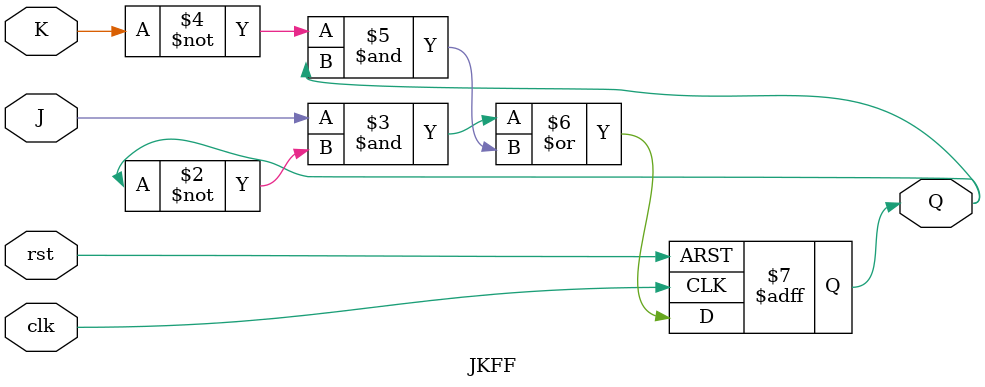
<source format=v>
`timescale 1ns / 1ps

module JKFF(input J, K, clk, rst, output reg Q);

always @(posedge clk or posedge rst)
    if(rst)
        Q <= 0; 
    else
        Q <= (J & ~Q) | (~K & Q);
        
endmodule

</source>
